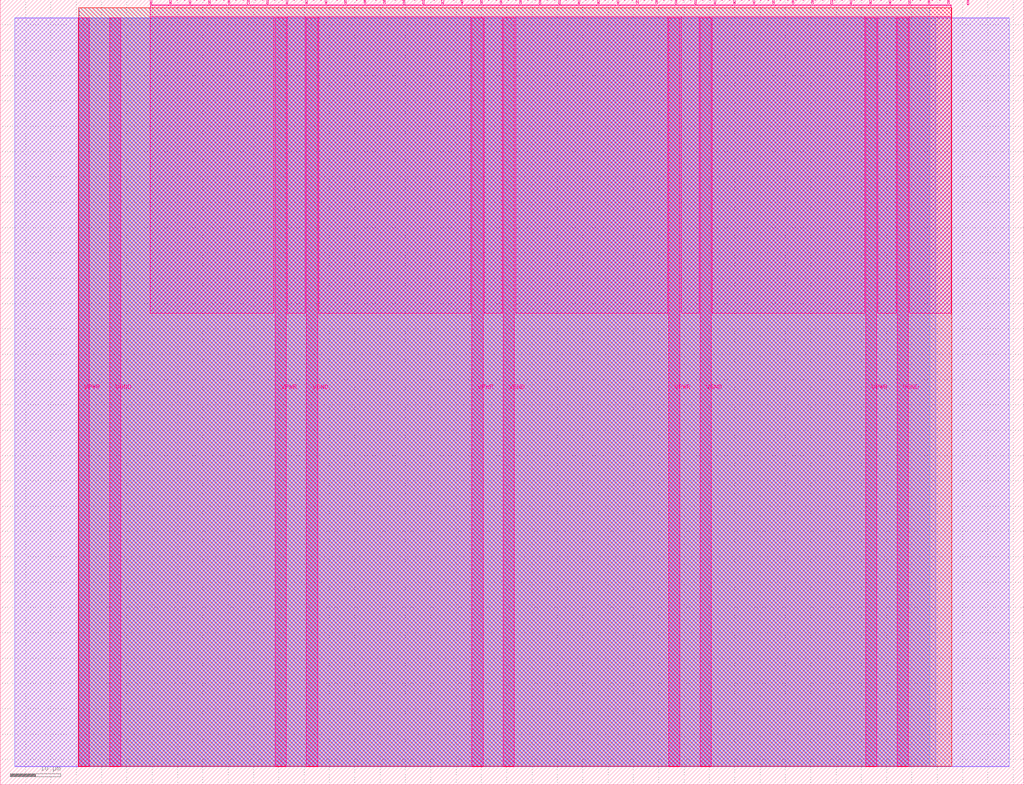
<source format=lef>
VERSION 5.7 ;
  NOWIREEXTENSIONATPIN ON ;
  DIVIDERCHAR "/" ;
  BUSBITCHARS "[]" ;
MACRO tt_um_dpmunit
  CLASS BLOCK ;
  FOREIGN tt_um_dpmunit ;
  ORIGIN 0.000 0.000 ;
  SIZE 202.080 BY 154.980 ;
  PIN VGND
    DIRECTION INOUT ;
    USE GROUND ;
    PORT
      LAYER Metal5 ;
        RECT 21.580 3.560 23.780 151.420 ;
    END
    PORT
      LAYER Metal5 ;
        RECT 60.450 3.560 62.650 151.420 ;
    END
    PORT
      LAYER Metal5 ;
        RECT 99.320 3.560 101.520 151.420 ;
    END
    PORT
      LAYER Metal5 ;
        RECT 138.190 3.560 140.390 151.420 ;
    END
    PORT
      LAYER Metal5 ;
        RECT 177.060 3.560 179.260 151.420 ;
    END
  END VGND
  PIN VPWR
    DIRECTION INOUT ;
    USE POWER ;
    PORT
      LAYER Metal5 ;
        RECT 15.380 3.560 17.580 151.420 ;
    END
    PORT
      LAYER Metal5 ;
        RECT 54.250 3.560 56.450 151.420 ;
    END
    PORT
      LAYER Metal5 ;
        RECT 93.120 3.560 95.320 151.420 ;
    END
    PORT
      LAYER Metal5 ;
        RECT 131.990 3.560 134.190 151.420 ;
    END
    PORT
      LAYER Metal5 ;
        RECT 170.860 3.560 173.060 151.420 ;
    END
  END VPWR
  PIN clk
    DIRECTION INPUT ;
    USE SIGNAL ;
    ANTENNAGATEAREA 0.426400 ;
    PORT
      LAYER Metal5 ;
        RECT 187.050 153.980 187.350 154.980 ;
    END
  END clk
  PIN ena
    DIRECTION INPUT ;
    USE SIGNAL ;
    PORT
      LAYER Metal5 ;
        RECT 190.890 153.980 191.190 154.980 ;
    END
  END ena
  PIN rst_n
    DIRECTION INPUT ;
    USE SIGNAL ;
    ANTENNAGATEAREA 0.213200 ;
    PORT
      LAYER Metal5 ;
        RECT 183.210 153.980 183.510 154.980 ;
    END
  END rst_n
  PIN ui_in[0]
    DIRECTION INPUT ;
    USE SIGNAL ;
    ANTENNAGATEAREA 0.180700 ;
    PORT
      LAYER Metal5 ;
        RECT 179.370 153.980 179.670 154.980 ;
    END
  END ui_in[0]
  PIN ui_in[1]
    DIRECTION INPUT ;
    USE SIGNAL ;
    PORT
      LAYER Metal5 ;
        RECT 175.530 153.980 175.830 154.980 ;
    END
  END ui_in[1]
  PIN ui_in[2]
    DIRECTION INPUT ;
    USE SIGNAL ;
    ANTENNAGATEAREA 0.180700 ;
    PORT
      LAYER Metal5 ;
        RECT 171.690 153.980 171.990 154.980 ;
    END
  END ui_in[2]
  PIN ui_in[3]
    DIRECTION INPUT ;
    USE SIGNAL ;
    PORT
      LAYER Metal5 ;
        RECT 167.850 153.980 168.150 154.980 ;
    END
  END ui_in[3]
  PIN ui_in[4]
    DIRECTION INPUT ;
    USE SIGNAL ;
    ANTENNAGATEAREA 0.213200 ;
    PORT
      LAYER Metal5 ;
        RECT 164.010 153.980 164.310 154.980 ;
    END
  END ui_in[4]
  PIN ui_in[5]
    DIRECTION INPUT ;
    USE SIGNAL ;
    ANTENNAGATEAREA 0.180700 ;
    PORT
      LAYER Metal5 ;
        RECT 160.170 153.980 160.470 154.980 ;
    END
  END ui_in[5]
  PIN ui_in[6]
    DIRECTION INPUT ;
    USE SIGNAL ;
    ANTENNAGATEAREA 0.180700 ;
    PORT
      LAYER Metal5 ;
        RECT 156.330 153.980 156.630 154.980 ;
    END
  END ui_in[6]
  PIN ui_in[7]
    DIRECTION INPUT ;
    USE SIGNAL ;
    ANTENNAGATEAREA 0.180700 ;
    PORT
      LAYER Metal5 ;
        RECT 152.490 153.980 152.790 154.980 ;
    END
  END ui_in[7]
  PIN uio_in[0]
    DIRECTION INPUT ;
    USE SIGNAL ;
    PORT
      LAYER Metal5 ;
        RECT 148.650 153.980 148.950 154.980 ;
    END
  END uio_in[0]
  PIN uio_in[1]
    DIRECTION INPUT ;
    USE SIGNAL ;
    PORT
      LAYER Metal5 ;
        RECT 144.810 153.980 145.110 154.980 ;
    END
  END uio_in[1]
  PIN uio_in[2]
    DIRECTION INPUT ;
    USE SIGNAL ;
    PORT
      LAYER Metal5 ;
        RECT 140.970 153.980 141.270 154.980 ;
    END
  END uio_in[2]
  PIN uio_in[3]
    DIRECTION INPUT ;
    USE SIGNAL ;
    PORT
      LAYER Metal5 ;
        RECT 137.130 153.980 137.430 154.980 ;
    END
  END uio_in[3]
  PIN uio_in[4]
    DIRECTION INPUT ;
    USE SIGNAL ;
    PORT
      LAYER Metal5 ;
        RECT 133.290 153.980 133.590 154.980 ;
    END
  END uio_in[4]
  PIN uio_in[5]
    DIRECTION INPUT ;
    USE SIGNAL ;
    PORT
      LAYER Metal5 ;
        RECT 129.450 153.980 129.750 154.980 ;
    END
  END uio_in[5]
  PIN uio_in[6]
    DIRECTION INPUT ;
    USE SIGNAL ;
    PORT
      LAYER Metal5 ;
        RECT 125.610 153.980 125.910 154.980 ;
    END
  END uio_in[6]
  PIN uio_in[7]
    DIRECTION INPUT ;
    USE SIGNAL ;
    PORT
      LAYER Metal5 ;
        RECT 121.770 153.980 122.070 154.980 ;
    END
  END uio_in[7]
  PIN uio_oe[0]
    DIRECTION OUTPUT ;
    USE SIGNAL ;
    ANTENNADIFFAREA 0.392700 ;
    PORT
      LAYER Metal5 ;
        RECT 56.490 153.980 56.790 154.980 ;
    END
  END uio_oe[0]
  PIN uio_oe[1]
    DIRECTION OUTPUT ;
    USE SIGNAL ;
    ANTENNADIFFAREA 0.392700 ;
    PORT
      LAYER Metal5 ;
        RECT 52.650 153.980 52.950 154.980 ;
    END
  END uio_oe[1]
  PIN uio_oe[2]
    DIRECTION OUTPUT ;
    USE SIGNAL ;
    ANTENNADIFFAREA 0.392700 ;
    PORT
      LAYER Metal5 ;
        RECT 48.810 153.980 49.110 154.980 ;
    END
  END uio_oe[2]
  PIN uio_oe[3]
    DIRECTION OUTPUT ;
    USE SIGNAL ;
    ANTENNADIFFAREA 0.392700 ;
    PORT
      LAYER Metal5 ;
        RECT 44.970 153.980 45.270 154.980 ;
    END
  END uio_oe[3]
  PIN uio_oe[4]
    DIRECTION OUTPUT ;
    USE SIGNAL ;
    ANTENNADIFFAREA 0.392700 ;
    PORT
      LAYER Metal5 ;
        RECT 41.130 153.980 41.430 154.980 ;
    END
  END uio_oe[4]
  PIN uio_oe[5]
    DIRECTION OUTPUT ;
    USE SIGNAL ;
    ANTENNADIFFAREA 0.392700 ;
    PORT
      LAYER Metal5 ;
        RECT 37.290 153.980 37.590 154.980 ;
    END
  END uio_oe[5]
  PIN uio_oe[6]
    DIRECTION OUTPUT ;
    USE SIGNAL ;
    ANTENNADIFFAREA 0.392700 ;
    PORT
      LAYER Metal5 ;
        RECT 33.450 153.980 33.750 154.980 ;
    END
  END uio_oe[6]
  PIN uio_oe[7]
    DIRECTION OUTPUT ;
    USE SIGNAL ;
    ANTENNADIFFAREA 0.392700 ;
    PORT
      LAYER Metal5 ;
        RECT 29.610 153.980 29.910 154.980 ;
    END
  END uio_oe[7]
  PIN uio_out[0]
    DIRECTION OUTPUT ;
    USE SIGNAL ;
    ANTENNADIFFAREA 0.654800 ;
    PORT
      LAYER Metal5 ;
        RECT 87.210 153.980 87.510 154.980 ;
    END
  END uio_out[0]
  PIN uio_out[1]
    DIRECTION OUTPUT ;
    USE SIGNAL ;
    ANTENNADIFFAREA 0.654800 ;
    PORT
      LAYER Metal5 ;
        RECT 83.370 153.980 83.670 154.980 ;
    END
  END uio_out[1]
  PIN uio_out[2]
    DIRECTION OUTPUT ;
    USE SIGNAL ;
    ANTENNADIFFAREA 0.654800 ;
    PORT
      LAYER Metal5 ;
        RECT 79.530 153.980 79.830 154.980 ;
    END
  END uio_out[2]
  PIN uio_out[3]
    DIRECTION OUTPUT ;
    USE SIGNAL ;
    ANTENNADIFFAREA 0.654800 ;
    PORT
      LAYER Metal5 ;
        RECT 75.690 153.980 75.990 154.980 ;
    END
  END uio_out[3]
  PIN uio_out[4]
    DIRECTION OUTPUT ;
    USE SIGNAL ;
    ANTENNADIFFAREA 0.654800 ;
    PORT
      LAYER Metal5 ;
        RECT 71.850 153.980 72.150 154.980 ;
    END
  END uio_out[4]
  PIN uio_out[5]
    DIRECTION OUTPUT ;
    USE SIGNAL ;
    ANTENNAGATEAREA 0.470600 ;
    ANTENNADIFFAREA 0.632400 ;
    PORT
      LAYER Metal5 ;
        RECT 68.010 153.980 68.310 154.980 ;
    END
  END uio_out[5]
  PIN uio_out[6]
    DIRECTION OUTPUT ;
    USE SIGNAL ;
    ANTENNAGATEAREA 0.470600 ;
    ANTENNADIFFAREA 0.632400 ;
    PORT
      LAYER Metal5 ;
        RECT 64.170 153.980 64.470 154.980 ;
    END
  END uio_out[6]
  PIN uio_out[7]
    DIRECTION OUTPUT ;
    USE SIGNAL ;
    ANTENNAGATEAREA 0.109200 ;
    ANTENNADIFFAREA 0.632400 ;
    PORT
      LAYER Metal5 ;
        RECT 60.330 153.980 60.630 154.980 ;
    END
  END uio_out[7]
  PIN uo_out[0]
    DIRECTION OUTPUT ;
    USE SIGNAL ;
    ANTENNAGATEAREA 0.109200 ;
    ANTENNADIFFAREA 0.632400 ;
    PORT
      LAYER Metal5 ;
        RECT 117.930 153.980 118.230 154.980 ;
    END
  END uo_out[0]
  PIN uo_out[1]
    DIRECTION OUTPUT ;
    USE SIGNAL ;
    ANTENNAGATEAREA 0.109200 ;
    ANTENNADIFFAREA 0.632400 ;
    PORT
      LAYER Metal5 ;
        RECT 114.090 153.980 114.390 154.980 ;
    END
  END uo_out[1]
  PIN uo_out[2]
    DIRECTION OUTPUT ;
    USE SIGNAL ;
    ANTENNADIFFAREA 0.654800 ;
    PORT
      LAYER Metal5 ;
        RECT 110.250 153.980 110.550 154.980 ;
    END
  END uo_out[2]
  PIN uo_out[3]
    DIRECTION OUTPUT ;
    USE SIGNAL ;
    ANTENNADIFFAREA 0.654800 ;
    PORT
      LAYER Metal5 ;
        RECT 106.410 153.980 106.710 154.980 ;
    END
  END uo_out[3]
  PIN uo_out[4]
    DIRECTION OUTPUT ;
    USE SIGNAL ;
    ANTENNADIFFAREA 0.654800 ;
    PORT
      LAYER Metal5 ;
        RECT 102.570 153.980 102.870 154.980 ;
    END
  END uo_out[4]
  PIN uo_out[5]
    DIRECTION OUTPUT ;
    USE SIGNAL ;
    ANTENNAGATEAREA 0.289900 ;
    ANTENNADIFFAREA 0.632400 ;
    PORT
      LAYER Metal5 ;
        RECT 98.730 153.980 99.030 154.980 ;
    END
  END uo_out[5]
  PIN uo_out[6]
    DIRECTION OUTPUT ;
    USE SIGNAL ;
    ANTENNAGATEAREA 0.289900 ;
    ANTENNADIFFAREA 0.632400 ;
    PORT
      LAYER Metal5 ;
        RECT 94.890 153.980 95.190 154.980 ;
    END
  END uo_out[6]
  PIN uo_out[7]
    DIRECTION OUTPUT ;
    USE SIGNAL ;
    ANTENNAGATEAREA 0.289900 ;
    ANTENNADIFFAREA 0.632400 ;
    PORT
      LAYER Metal5 ;
        RECT 91.050 153.980 91.350 154.980 ;
    END
  END uo_out[7]
  OBS
      LAYER GatPoly ;
        RECT 2.880 3.630 199.200 151.350 ;
      LAYER Metal1 ;
        RECT 2.880 3.560 199.200 151.420 ;
      LAYER Metal2 ;
        RECT 15.515 3.680 184.705 151.300 ;
      LAYER Metal3 ;
        RECT 15.560 3.635 183.460 153.445 ;
      LAYER Metal4 ;
        RECT 15.515 3.680 187.825 153.400 ;
      LAYER Metal5 ;
        RECT 30.120 153.770 33.240 153.980 ;
        RECT 33.960 153.770 37.080 153.980 ;
        RECT 37.800 153.770 40.920 153.980 ;
        RECT 41.640 153.770 44.760 153.980 ;
        RECT 45.480 153.770 48.600 153.980 ;
        RECT 49.320 153.770 52.440 153.980 ;
        RECT 53.160 153.770 56.280 153.980 ;
        RECT 57.000 153.770 60.120 153.980 ;
        RECT 60.840 153.770 63.960 153.980 ;
        RECT 64.680 153.770 67.800 153.980 ;
        RECT 68.520 153.770 71.640 153.980 ;
        RECT 72.360 153.770 75.480 153.980 ;
        RECT 76.200 153.770 79.320 153.980 ;
        RECT 80.040 153.770 83.160 153.980 ;
        RECT 83.880 153.770 87.000 153.980 ;
        RECT 87.720 153.770 90.840 153.980 ;
        RECT 91.560 153.770 94.680 153.980 ;
        RECT 95.400 153.770 98.520 153.980 ;
        RECT 99.240 153.770 102.360 153.980 ;
        RECT 103.080 153.770 106.200 153.980 ;
        RECT 106.920 153.770 110.040 153.980 ;
        RECT 110.760 153.770 113.880 153.980 ;
        RECT 114.600 153.770 117.720 153.980 ;
        RECT 118.440 153.770 121.560 153.980 ;
        RECT 122.280 153.770 125.400 153.980 ;
        RECT 126.120 153.770 129.240 153.980 ;
        RECT 129.960 153.770 133.080 153.980 ;
        RECT 133.800 153.770 136.920 153.980 ;
        RECT 137.640 153.770 140.760 153.980 ;
        RECT 141.480 153.770 144.600 153.980 ;
        RECT 145.320 153.770 148.440 153.980 ;
        RECT 149.160 153.770 152.280 153.980 ;
        RECT 153.000 153.770 156.120 153.980 ;
        RECT 156.840 153.770 159.960 153.980 ;
        RECT 160.680 153.770 163.800 153.980 ;
        RECT 164.520 153.770 167.640 153.980 ;
        RECT 168.360 153.770 171.480 153.980 ;
        RECT 172.200 153.770 175.320 153.980 ;
        RECT 176.040 153.770 179.160 153.980 ;
        RECT 179.880 153.770 183.000 153.980 ;
        RECT 183.720 153.770 186.840 153.980 ;
        RECT 187.560 153.770 187.780 153.980 ;
        RECT 29.660 151.630 187.780 153.770 ;
        RECT 29.660 93.095 54.040 151.630 ;
        RECT 56.660 93.095 60.240 151.630 ;
        RECT 62.860 93.095 92.910 151.630 ;
        RECT 95.530 93.095 99.110 151.630 ;
        RECT 101.730 93.095 131.780 151.630 ;
        RECT 134.400 93.095 137.980 151.630 ;
        RECT 140.600 93.095 170.650 151.630 ;
        RECT 173.270 93.095 176.850 151.630 ;
        RECT 179.470 93.095 187.780 151.630 ;
  END
END tt_um_dpmunit
END LIBRARY


</source>
